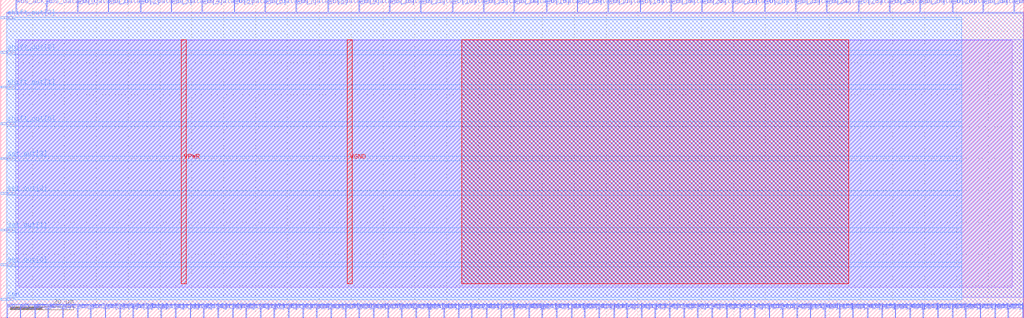
<source format=lef>
VERSION 5.7 ;
  NOWIREEXTENSIONATPIN ON ;
  DIVIDERCHAR "/" ;
  BUSBITCHARS "[]" ;
MACRO wishbone_configuratorinator_10
  CLASS BLOCK ;
  FOREIGN wishbone_configuratorinator_10 ;
  ORIGIN 0.000 0.000 ;
  SIZE 321.010 BY 99.810 ;
  PIN cen
    DIRECTION OUTPUT TRISTATE ;
    PORT
      LAYER met3 ;
        RECT 0.000 5.480 4.000 6.080 ;
    END
  END cen
  PIN set_out[0]
    DIRECTION OUTPUT TRISTATE ;
    PORT
      LAYER met3 ;
        RECT 0.000 16.360 4.000 16.960 ;
    END
  END set_out[0]
  PIN set_out[1]
    DIRECTION OUTPUT TRISTATE ;
    PORT
      LAYER met3 ;
        RECT 0.000 27.240 4.000 27.840 ;
    END
  END set_out[1]
  PIN set_out[2]
    DIRECTION OUTPUT TRISTATE ;
    PORT
      LAYER met3 ;
        RECT 0.000 38.800 4.000 39.400 ;
    END
  END set_out[2]
  PIN set_out[3]
    DIRECTION OUTPUT TRISTATE ;
    PORT
      LAYER met3 ;
        RECT 0.000 49.680 4.000 50.280 ;
    END
  END set_out[3]
  PIN shift_out[0]
    DIRECTION OUTPUT TRISTATE ;
    PORT
      LAYER met3 ;
        RECT 0.000 60.560 4.000 61.160 ;
    END
  END shift_out[0]
  PIN shift_out[1]
    DIRECTION OUTPUT TRISTATE ;
    PORT
      LAYER met3 ;
        RECT 0.000 72.120 4.000 72.720 ;
    END
  END shift_out[1]
  PIN shift_out[2]
    DIRECTION OUTPUT TRISTATE ;
    PORT
      LAYER met3 ;
        RECT 0.000 83.000 4.000 83.600 ;
    END
  END shift_out[2]
  PIN shift_out[3]
    DIRECTION OUTPUT TRISTATE ;
    PORT
      LAYER met3 ;
        RECT 0.000 93.880 4.000 94.480 ;
    END
  END shift_out[3]
  PIN wb_clk_i
    DIRECTION INPUT ;
    PORT
      LAYER met2 ;
        RECT 1.930 0.000 2.210 4.000 ;
    END
  END wb_clk_i
  PIN wb_rst_i
    DIRECTION INPUT ;
    PORT
      LAYER met2 ;
        RECT 6.070 0.000 6.350 4.000 ;
    END
  END wb_rst_i
  PIN wbs_ack_o
    DIRECTION OUTPUT TRISTATE ;
    PORT
      LAYER met2 ;
        RECT 4.690 95.810 4.970 99.810 ;
    END
  END wbs_ack_o
  PIN wbs_addr_i[0]
    DIRECTION INPUT ;
    PORT
      LAYER met2 ;
        RECT 183.170 0.000 183.450 4.000 ;
    END
  END wbs_addr_i[0]
  PIN wbs_addr_i[10]
    DIRECTION INPUT ;
    PORT
      LAYER met2 ;
        RECT 227.790 0.000 228.070 4.000 ;
    END
  END wbs_addr_i[10]
  PIN wbs_addr_i[11]
    DIRECTION INPUT ;
    PORT
      LAYER met2 ;
        RECT 231.930 0.000 232.210 4.000 ;
    END
  END wbs_addr_i[11]
  PIN wbs_addr_i[12]
    DIRECTION INPUT ;
    PORT
      LAYER met2 ;
        RECT 236.530 0.000 236.810 4.000 ;
    END
  END wbs_addr_i[12]
  PIN wbs_addr_i[13]
    DIRECTION INPUT ;
    PORT
      LAYER met2 ;
        RECT 241.130 0.000 241.410 4.000 ;
    END
  END wbs_addr_i[13]
  PIN wbs_addr_i[14]
    DIRECTION INPUT ;
    PORT
      LAYER met2 ;
        RECT 245.270 0.000 245.550 4.000 ;
    END
  END wbs_addr_i[14]
  PIN wbs_addr_i[15]
    DIRECTION INPUT ;
    PORT
      LAYER met2 ;
        RECT 249.870 0.000 250.150 4.000 ;
    END
  END wbs_addr_i[15]
  PIN wbs_addr_i[16]
    DIRECTION INPUT ;
    PORT
      LAYER met2 ;
        RECT 254.010 0.000 254.290 4.000 ;
    END
  END wbs_addr_i[16]
  PIN wbs_addr_i[17]
    DIRECTION INPUT ;
    PORT
      LAYER met2 ;
        RECT 258.610 0.000 258.890 4.000 ;
    END
  END wbs_addr_i[17]
  PIN wbs_addr_i[18]
    DIRECTION INPUT ;
    PORT
      LAYER met2 ;
        RECT 263.210 0.000 263.490 4.000 ;
    END
  END wbs_addr_i[18]
  PIN wbs_addr_i[19]
    DIRECTION INPUT ;
    PORT
      LAYER met2 ;
        RECT 267.350 0.000 267.630 4.000 ;
    END
  END wbs_addr_i[19]
  PIN wbs_addr_i[1]
    DIRECTION INPUT ;
    PORT
      LAYER met2 ;
        RECT 187.770 0.000 188.050 4.000 ;
    END
  END wbs_addr_i[1]
  PIN wbs_addr_i[20]
    DIRECTION INPUT ;
    PORT
      LAYER met2 ;
        RECT 271.950 0.000 272.230 4.000 ;
    END
  END wbs_addr_i[20]
  PIN wbs_addr_i[21]
    DIRECTION INPUT ;
    PORT
      LAYER met2 ;
        RECT 276.550 0.000 276.830 4.000 ;
    END
  END wbs_addr_i[21]
  PIN wbs_addr_i[22]
    DIRECTION INPUT ;
    PORT
      LAYER met2 ;
        RECT 280.690 0.000 280.970 4.000 ;
    END
  END wbs_addr_i[22]
  PIN wbs_addr_i[23]
    DIRECTION INPUT ;
    PORT
      LAYER met2 ;
        RECT 285.290 0.000 285.570 4.000 ;
    END
  END wbs_addr_i[23]
  PIN wbs_addr_i[24]
    DIRECTION INPUT ;
    PORT
      LAYER met2 ;
        RECT 289.430 0.000 289.710 4.000 ;
    END
  END wbs_addr_i[24]
  PIN wbs_addr_i[25]
    DIRECTION INPUT ;
    PORT
      LAYER met2 ;
        RECT 294.030 0.000 294.310 4.000 ;
    END
  END wbs_addr_i[25]
  PIN wbs_addr_i[26]
    DIRECTION INPUT ;
    PORT
      LAYER met2 ;
        RECT 298.630 0.000 298.910 4.000 ;
    END
  END wbs_addr_i[26]
  PIN wbs_addr_i[27]
    DIRECTION INPUT ;
    PORT
      LAYER met2 ;
        RECT 302.770 0.000 303.050 4.000 ;
    END
  END wbs_addr_i[27]
  PIN wbs_addr_i[28]
    DIRECTION INPUT ;
    PORT
      LAYER met2 ;
        RECT 307.370 0.000 307.650 4.000 ;
    END
  END wbs_addr_i[28]
  PIN wbs_addr_i[29]
    DIRECTION INPUT ;
    PORT
      LAYER met2 ;
        RECT 311.970 0.000 312.250 4.000 ;
    END
  END wbs_addr_i[29]
  PIN wbs_addr_i[2]
    DIRECTION INPUT ;
    PORT
      LAYER met2 ;
        RECT 192.370 0.000 192.650 4.000 ;
    END
  END wbs_addr_i[2]
  PIN wbs_addr_i[30]
    DIRECTION INPUT ;
    PORT
      LAYER met2 ;
        RECT 316.110 0.000 316.390 4.000 ;
    END
  END wbs_addr_i[30]
  PIN wbs_addr_i[31]
    DIRECTION INPUT ;
    PORT
      LAYER met2 ;
        RECT 320.710 0.000 320.990 4.000 ;
    END
  END wbs_addr_i[31]
  PIN wbs_addr_i[3]
    DIRECTION INPUT ;
    PORT
      LAYER met2 ;
        RECT 196.510 0.000 196.790 4.000 ;
    END
  END wbs_addr_i[3]
  PIN wbs_addr_i[4]
    DIRECTION INPUT ;
    PORT
      LAYER met2 ;
        RECT 201.110 0.000 201.390 4.000 ;
    END
  END wbs_addr_i[4]
  PIN wbs_addr_i[5]
    DIRECTION INPUT ;
    PORT
      LAYER met2 ;
        RECT 205.250 0.000 205.530 4.000 ;
    END
  END wbs_addr_i[5]
  PIN wbs_addr_i[6]
    DIRECTION INPUT ;
    PORT
      LAYER met2 ;
        RECT 209.850 0.000 210.130 4.000 ;
    END
  END wbs_addr_i[6]
  PIN wbs_addr_i[7]
    DIRECTION INPUT ;
    PORT
      LAYER met2 ;
        RECT 214.450 0.000 214.730 4.000 ;
    END
  END wbs_addr_i[7]
  PIN wbs_addr_i[8]
    DIRECTION INPUT ;
    PORT
      LAYER met2 ;
        RECT 218.590 0.000 218.870 4.000 ;
    END
  END wbs_addr_i[8]
  PIN wbs_addr_i[9]
    DIRECTION INPUT ;
    PORT
      LAYER met2 ;
        RECT 223.190 0.000 223.470 4.000 ;
    END
  END wbs_addr_i[9]
  PIN wbs_cyc_i
    DIRECTION INPUT ;
    PORT
      LAYER met2 ;
        RECT 14.810 0.000 15.090 4.000 ;
    END
  END wbs_cyc_i
  PIN wbs_data_i[0]
    DIRECTION INPUT ;
    PORT
      LAYER met2 ;
        RECT 41.490 0.000 41.770 4.000 ;
    END
  END wbs_data_i[0]
  PIN wbs_data_i[10]
    DIRECTION INPUT ;
    PORT
      LAYER met2 ;
        RECT 85.650 0.000 85.930 4.000 ;
    END
  END wbs_data_i[10]
  PIN wbs_data_i[11]
    DIRECTION INPUT ;
    PORT
      LAYER met2 ;
        RECT 90.250 0.000 90.530 4.000 ;
    END
  END wbs_data_i[11]
  PIN wbs_data_i[12]
    DIRECTION INPUT ;
    PORT
      LAYER met2 ;
        RECT 94.850 0.000 95.130 4.000 ;
    END
  END wbs_data_i[12]
  PIN wbs_data_i[13]
    DIRECTION INPUT ;
    PORT
      LAYER met2 ;
        RECT 98.990 0.000 99.270 4.000 ;
    END
  END wbs_data_i[13]
  PIN wbs_data_i[14]
    DIRECTION INPUT ;
    PORT
      LAYER met2 ;
        RECT 103.590 0.000 103.870 4.000 ;
    END
  END wbs_data_i[14]
  PIN wbs_data_i[15]
    DIRECTION INPUT ;
    PORT
      LAYER met2 ;
        RECT 108.190 0.000 108.470 4.000 ;
    END
  END wbs_data_i[15]
  PIN wbs_data_i[16]
    DIRECTION INPUT ;
    PORT
      LAYER met2 ;
        RECT 112.330 0.000 112.610 4.000 ;
    END
  END wbs_data_i[16]
  PIN wbs_data_i[17]
    DIRECTION INPUT ;
    PORT
      LAYER met2 ;
        RECT 116.930 0.000 117.210 4.000 ;
    END
  END wbs_data_i[17]
  PIN wbs_data_i[18]
    DIRECTION INPUT ;
    PORT
      LAYER met2 ;
        RECT 121.530 0.000 121.810 4.000 ;
    END
  END wbs_data_i[18]
  PIN wbs_data_i[19]
    DIRECTION INPUT ;
    PORT
      LAYER met2 ;
        RECT 125.670 0.000 125.950 4.000 ;
    END
  END wbs_data_i[19]
  PIN wbs_data_i[1]
    DIRECTION INPUT ;
    PORT
      LAYER met2 ;
        RECT 46.090 0.000 46.370 4.000 ;
    END
  END wbs_data_i[1]
  PIN wbs_data_i[20]
    DIRECTION INPUT ;
    PORT
      LAYER met2 ;
        RECT 130.270 0.000 130.550 4.000 ;
    END
  END wbs_data_i[20]
  PIN wbs_data_i[21]
    DIRECTION INPUT ;
    PORT
      LAYER met2 ;
        RECT 134.410 0.000 134.690 4.000 ;
    END
  END wbs_data_i[21]
  PIN wbs_data_i[22]
    DIRECTION INPUT ;
    PORT
      LAYER met2 ;
        RECT 139.010 0.000 139.290 4.000 ;
    END
  END wbs_data_i[22]
  PIN wbs_data_i[23]
    DIRECTION INPUT ;
    PORT
      LAYER met2 ;
        RECT 143.610 0.000 143.890 4.000 ;
    END
  END wbs_data_i[23]
  PIN wbs_data_i[24]
    DIRECTION INPUT ;
    PORT
      LAYER met2 ;
        RECT 147.750 0.000 148.030 4.000 ;
    END
  END wbs_data_i[24]
  PIN wbs_data_i[25]
    DIRECTION INPUT ;
    PORT
      LAYER met2 ;
        RECT 152.350 0.000 152.630 4.000 ;
    END
  END wbs_data_i[25]
  PIN wbs_data_i[26]
    DIRECTION INPUT ;
    PORT
      LAYER met2 ;
        RECT 156.950 0.000 157.230 4.000 ;
    END
  END wbs_data_i[26]
  PIN wbs_data_i[27]
    DIRECTION INPUT ;
    PORT
      LAYER met2 ;
        RECT 161.090 0.000 161.370 4.000 ;
    END
  END wbs_data_i[27]
  PIN wbs_data_i[28]
    DIRECTION INPUT ;
    PORT
      LAYER met2 ;
        RECT 165.690 0.000 165.970 4.000 ;
    END
  END wbs_data_i[28]
  PIN wbs_data_i[29]
    DIRECTION INPUT ;
    PORT
      LAYER met2 ;
        RECT 169.830 0.000 170.110 4.000 ;
    END
  END wbs_data_i[29]
  PIN wbs_data_i[2]
    DIRECTION INPUT ;
    PORT
      LAYER met2 ;
        RECT 50.230 0.000 50.510 4.000 ;
    END
  END wbs_data_i[2]
  PIN wbs_data_i[30]
    DIRECTION INPUT ;
    PORT
      LAYER met2 ;
        RECT 174.430 0.000 174.710 4.000 ;
    END
  END wbs_data_i[30]
  PIN wbs_data_i[31]
    DIRECTION INPUT ;
    PORT
      LAYER met2 ;
        RECT 179.030 0.000 179.310 4.000 ;
    END
  END wbs_data_i[31]
  PIN wbs_data_i[3]
    DIRECTION INPUT ;
    PORT
      LAYER met2 ;
        RECT 54.830 0.000 55.110 4.000 ;
    END
  END wbs_data_i[3]
  PIN wbs_data_i[4]
    DIRECTION INPUT ;
    PORT
      LAYER met2 ;
        RECT 59.430 0.000 59.710 4.000 ;
    END
  END wbs_data_i[4]
  PIN wbs_data_i[5]
    DIRECTION INPUT ;
    PORT
      LAYER met2 ;
        RECT 63.570 0.000 63.850 4.000 ;
    END
  END wbs_data_i[5]
  PIN wbs_data_i[6]
    DIRECTION INPUT ;
    PORT
      LAYER met2 ;
        RECT 68.170 0.000 68.450 4.000 ;
    END
  END wbs_data_i[6]
  PIN wbs_data_i[7]
    DIRECTION INPUT ;
    PORT
      LAYER met2 ;
        RECT 72.770 0.000 73.050 4.000 ;
    END
  END wbs_data_i[7]
  PIN wbs_data_i[8]
    DIRECTION INPUT ;
    PORT
      LAYER met2 ;
        RECT 76.910 0.000 77.190 4.000 ;
    END
  END wbs_data_i[8]
  PIN wbs_data_i[9]
    DIRECTION INPUT ;
    PORT
      LAYER met2 ;
        RECT 81.510 0.000 81.790 4.000 ;
    END
  END wbs_data_i[9]
  PIN wbs_data_o[0]
    DIRECTION OUTPUT TRISTATE ;
    PORT
      LAYER met2 ;
        RECT 14.350 95.810 14.630 99.810 ;
    END
  END wbs_data_o[0]
  PIN wbs_data_o[10]
    DIRECTION OUTPUT TRISTATE ;
    PORT
      LAYER met2 ;
        RECT 112.330 95.810 112.610 99.810 ;
    END
  END wbs_data_o[10]
  PIN wbs_data_o[11]
    DIRECTION OUTPUT TRISTATE ;
    PORT
      LAYER met2 ;
        RECT 121.990 95.810 122.270 99.810 ;
    END
  END wbs_data_o[11]
  PIN wbs_data_o[12]
    DIRECTION OUTPUT TRISTATE ;
    PORT
      LAYER met2 ;
        RECT 131.650 95.810 131.930 99.810 ;
    END
  END wbs_data_o[12]
  PIN wbs_data_o[13]
    DIRECTION OUTPUT TRISTATE ;
    PORT
      LAYER met2 ;
        RECT 141.770 95.810 142.050 99.810 ;
    END
  END wbs_data_o[13]
  PIN wbs_data_o[14]
    DIRECTION OUTPUT TRISTATE ;
    PORT
      LAYER met2 ;
        RECT 151.430 95.810 151.710 99.810 ;
    END
  END wbs_data_o[14]
  PIN wbs_data_o[15]
    DIRECTION OUTPUT TRISTATE ;
    PORT
      LAYER met2 ;
        RECT 161.090 95.810 161.370 99.810 ;
    END
  END wbs_data_o[15]
  PIN wbs_data_o[16]
    DIRECTION OUTPUT TRISTATE ;
    PORT
      LAYER met2 ;
        RECT 171.210 95.810 171.490 99.810 ;
    END
  END wbs_data_o[16]
  PIN wbs_data_o[17]
    DIRECTION OUTPUT TRISTATE ;
    PORT
      LAYER met2 ;
        RECT 180.870 95.810 181.150 99.810 ;
    END
  END wbs_data_o[17]
  PIN wbs_data_o[18]
    DIRECTION OUTPUT TRISTATE ;
    PORT
      LAYER met2 ;
        RECT 190.530 95.810 190.810 99.810 ;
    END
  END wbs_data_o[18]
  PIN wbs_data_o[19]
    DIRECTION OUTPUT TRISTATE ;
    PORT
      LAYER met2 ;
        RECT 200.650 95.810 200.930 99.810 ;
    END
  END wbs_data_o[19]
  PIN wbs_data_o[1]
    DIRECTION OUTPUT TRISTATE ;
    PORT
      LAYER met2 ;
        RECT 24.010 95.810 24.290 99.810 ;
    END
  END wbs_data_o[1]
  PIN wbs_data_o[20]
    DIRECTION OUTPUT TRISTATE ;
    PORT
      LAYER met2 ;
        RECT 210.310 95.810 210.590 99.810 ;
    END
  END wbs_data_o[20]
  PIN wbs_data_o[21]
    DIRECTION OUTPUT TRISTATE ;
    PORT
      LAYER met2 ;
        RECT 219.970 95.810 220.250 99.810 ;
    END
  END wbs_data_o[21]
  PIN wbs_data_o[22]
    DIRECTION OUTPUT TRISTATE ;
    PORT
      LAYER met2 ;
        RECT 229.630 95.810 229.910 99.810 ;
    END
  END wbs_data_o[22]
  PIN wbs_data_o[23]
    DIRECTION OUTPUT TRISTATE ;
    PORT
      LAYER met2 ;
        RECT 239.750 95.810 240.030 99.810 ;
    END
  END wbs_data_o[23]
  PIN wbs_data_o[24]
    DIRECTION OUTPUT TRISTATE ;
    PORT
      LAYER met2 ;
        RECT 249.410 95.810 249.690 99.810 ;
    END
  END wbs_data_o[24]
  PIN wbs_data_o[25]
    DIRECTION OUTPUT TRISTATE ;
    PORT
      LAYER met2 ;
        RECT 259.070 95.810 259.350 99.810 ;
    END
  END wbs_data_o[25]
  PIN wbs_data_o[26]
    DIRECTION OUTPUT TRISTATE ;
    PORT
      LAYER met2 ;
        RECT 269.190 95.810 269.470 99.810 ;
    END
  END wbs_data_o[26]
  PIN wbs_data_o[27]
    DIRECTION OUTPUT TRISTATE ;
    PORT
      LAYER met2 ;
        RECT 278.850 95.810 279.130 99.810 ;
    END
  END wbs_data_o[27]
  PIN wbs_data_o[28]
    DIRECTION OUTPUT TRISTATE ;
    PORT
      LAYER met2 ;
        RECT 288.510 95.810 288.790 99.810 ;
    END
  END wbs_data_o[28]
  PIN wbs_data_o[29]
    DIRECTION OUTPUT TRISTATE ;
    PORT
      LAYER met2 ;
        RECT 298.630 95.810 298.910 99.810 ;
    END
  END wbs_data_o[29]
  PIN wbs_data_o[2]
    DIRECTION OUTPUT TRISTATE ;
    PORT
      LAYER met2 ;
        RECT 33.670 95.810 33.950 99.810 ;
    END
  END wbs_data_o[2]
  PIN wbs_data_o[30]
    DIRECTION OUTPUT TRISTATE ;
    PORT
      LAYER met2 ;
        RECT 308.290 95.810 308.570 99.810 ;
    END
  END wbs_data_o[30]
  PIN wbs_data_o[31]
    DIRECTION OUTPUT TRISTATE ;
    PORT
      LAYER met2 ;
        RECT 317.950 95.810 318.230 99.810 ;
    END
  END wbs_data_o[31]
  PIN wbs_data_o[3]
    DIRECTION OUTPUT TRISTATE ;
    PORT
      LAYER met2 ;
        RECT 43.790 95.810 44.070 99.810 ;
    END
  END wbs_data_o[3]
  PIN wbs_data_o[4]
    DIRECTION OUTPUT TRISTATE ;
    PORT
      LAYER met2 ;
        RECT 53.450 95.810 53.730 99.810 ;
    END
  END wbs_data_o[4]
  PIN wbs_data_o[5]
    DIRECTION OUTPUT TRISTATE ;
    PORT
      LAYER met2 ;
        RECT 63.110 95.810 63.390 99.810 ;
    END
  END wbs_data_o[5]
  PIN wbs_data_o[6]
    DIRECTION OUTPUT TRISTATE ;
    PORT
      LAYER met2 ;
        RECT 73.230 95.810 73.510 99.810 ;
    END
  END wbs_data_o[6]
  PIN wbs_data_o[7]
    DIRECTION OUTPUT TRISTATE ;
    PORT
      LAYER met2 ;
        RECT 82.890 95.810 83.170 99.810 ;
    END
  END wbs_data_o[7]
  PIN wbs_data_o[8]
    DIRECTION OUTPUT TRISTATE ;
    PORT
      LAYER met2 ;
        RECT 92.550 95.810 92.830 99.810 ;
    END
  END wbs_data_o[8]
  PIN wbs_data_o[9]
    DIRECTION OUTPUT TRISTATE ;
    PORT
      LAYER met2 ;
        RECT 102.670 95.810 102.950 99.810 ;
    END
  END wbs_data_o[9]
  PIN wbs_sel_i[0]
    DIRECTION INPUT ;
    PORT
      LAYER met2 ;
        RECT 24.010 0.000 24.290 4.000 ;
    END
  END wbs_sel_i[0]
  PIN wbs_sel_i[1]
    DIRECTION INPUT ;
    PORT
      LAYER met2 ;
        RECT 28.150 0.000 28.430 4.000 ;
    END
  END wbs_sel_i[1]
  PIN wbs_sel_i[2]
    DIRECTION INPUT ;
    PORT
      LAYER met2 ;
        RECT 32.750 0.000 33.030 4.000 ;
    END
  END wbs_sel_i[2]
  PIN wbs_sel_i[3]
    DIRECTION INPUT ;
    PORT
      LAYER met2 ;
        RECT 37.350 0.000 37.630 4.000 ;
    END
  END wbs_sel_i[3]
  PIN wbs_stb_i
    DIRECTION INPUT ;
    PORT
      LAYER met2 ;
        RECT 10.670 0.000 10.950 4.000 ;
    END
  END wbs_stb_i
  PIN wbs_we_i
    DIRECTION INPUT ;
    PORT
      LAYER met2 ;
        RECT 19.410 0.000 19.690 4.000 ;
    END
  END wbs_we_i
  PIN VPWR
    DIRECTION INPUT ;
    USE POWER ;
    PORT
      LAYER met4 ;
        RECT 56.700 10.640 58.300 87.280 ;
    END
  END VPWR
  PIN VGND
    DIRECTION INPUT ;
    USE GROUND ;
    PORT
      LAYER met4 ;
        RECT 108.680 10.640 110.280 87.280 ;
    END
  END VGND
  OBS
      LAYER li1 ;
        RECT 5.520 9.605 317.400 87.125 ;
      LAYER met1 ;
        RECT 4.670 6.500 321.010 87.280 ;
      LAYER met2 ;
        RECT 1.930 95.530 4.410 95.810 ;
        RECT 5.250 95.530 14.070 95.810 ;
        RECT 14.910 95.530 23.730 95.810 ;
        RECT 24.570 95.530 33.390 95.810 ;
        RECT 34.230 95.530 43.510 95.810 ;
        RECT 44.350 95.530 53.170 95.810 ;
        RECT 54.010 95.530 62.830 95.810 ;
        RECT 63.670 95.530 72.950 95.810 ;
        RECT 73.790 95.530 82.610 95.810 ;
        RECT 83.450 95.530 92.270 95.810 ;
        RECT 93.110 95.530 102.390 95.810 ;
        RECT 103.230 95.530 112.050 95.810 ;
        RECT 112.890 95.530 121.710 95.810 ;
        RECT 122.550 95.530 131.370 95.810 ;
        RECT 132.210 95.530 141.490 95.810 ;
        RECT 142.330 95.530 151.150 95.810 ;
        RECT 151.990 95.530 160.810 95.810 ;
        RECT 161.650 95.530 170.930 95.810 ;
        RECT 171.770 95.530 180.590 95.810 ;
        RECT 181.430 95.530 190.250 95.810 ;
        RECT 191.090 95.530 200.370 95.810 ;
        RECT 201.210 95.530 210.030 95.810 ;
        RECT 210.870 95.530 219.690 95.810 ;
        RECT 220.530 95.530 229.350 95.810 ;
        RECT 230.190 95.530 239.470 95.810 ;
        RECT 240.310 95.530 249.130 95.810 ;
        RECT 249.970 95.530 258.790 95.810 ;
        RECT 259.630 95.530 268.910 95.810 ;
        RECT 269.750 95.530 278.570 95.810 ;
        RECT 279.410 95.530 288.230 95.810 ;
        RECT 289.070 95.530 298.350 95.810 ;
        RECT 299.190 95.530 308.010 95.810 ;
        RECT 308.850 95.530 317.670 95.810 ;
        RECT 318.510 95.530 320.980 95.810 ;
        RECT 1.930 4.280 320.980 95.530 ;
        RECT 2.490 4.000 5.790 4.280 ;
        RECT 6.630 4.000 10.390 4.280 ;
        RECT 11.230 4.000 14.530 4.280 ;
        RECT 15.370 4.000 19.130 4.280 ;
        RECT 19.970 4.000 23.730 4.280 ;
        RECT 24.570 4.000 27.870 4.280 ;
        RECT 28.710 4.000 32.470 4.280 ;
        RECT 33.310 4.000 37.070 4.280 ;
        RECT 37.910 4.000 41.210 4.280 ;
        RECT 42.050 4.000 45.810 4.280 ;
        RECT 46.650 4.000 49.950 4.280 ;
        RECT 50.790 4.000 54.550 4.280 ;
        RECT 55.390 4.000 59.150 4.280 ;
        RECT 59.990 4.000 63.290 4.280 ;
        RECT 64.130 4.000 67.890 4.280 ;
        RECT 68.730 4.000 72.490 4.280 ;
        RECT 73.330 4.000 76.630 4.280 ;
        RECT 77.470 4.000 81.230 4.280 ;
        RECT 82.070 4.000 85.370 4.280 ;
        RECT 86.210 4.000 89.970 4.280 ;
        RECT 90.810 4.000 94.570 4.280 ;
        RECT 95.410 4.000 98.710 4.280 ;
        RECT 99.550 4.000 103.310 4.280 ;
        RECT 104.150 4.000 107.910 4.280 ;
        RECT 108.750 4.000 112.050 4.280 ;
        RECT 112.890 4.000 116.650 4.280 ;
        RECT 117.490 4.000 121.250 4.280 ;
        RECT 122.090 4.000 125.390 4.280 ;
        RECT 126.230 4.000 129.990 4.280 ;
        RECT 130.830 4.000 134.130 4.280 ;
        RECT 134.970 4.000 138.730 4.280 ;
        RECT 139.570 4.000 143.330 4.280 ;
        RECT 144.170 4.000 147.470 4.280 ;
        RECT 148.310 4.000 152.070 4.280 ;
        RECT 152.910 4.000 156.670 4.280 ;
        RECT 157.510 4.000 160.810 4.280 ;
        RECT 161.650 4.000 165.410 4.280 ;
        RECT 166.250 4.000 169.550 4.280 ;
        RECT 170.390 4.000 174.150 4.280 ;
        RECT 174.990 4.000 178.750 4.280 ;
        RECT 179.590 4.000 182.890 4.280 ;
        RECT 183.730 4.000 187.490 4.280 ;
        RECT 188.330 4.000 192.090 4.280 ;
        RECT 192.930 4.000 196.230 4.280 ;
        RECT 197.070 4.000 200.830 4.280 ;
        RECT 201.670 4.000 204.970 4.280 ;
        RECT 205.810 4.000 209.570 4.280 ;
        RECT 210.410 4.000 214.170 4.280 ;
        RECT 215.010 4.000 218.310 4.280 ;
        RECT 219.150 4.000 222.910 4.280 ;
        RECT 223.750 4.000 227.510 4.280 ;
        RECT 228.350 4.000 231.650 4.280 ;
        RECT 232.490 4.000 236.250 4.280 ;
        RECT 237.090 4.000 240.850 4.280 ;
        RECT 241.690 4.000 244.990 4.280 ;
        RECT 245.830 4.000 249.590 4.280 ;
        RECT 250.430 4.000 253.730 4.280 ;
        RECT 254.570 4.000 258.330 4.280 ;
        RECT 259.170 4.000 262.930 4.280 ;
        RECT 263.770 4.000 267.070 4.280 ;
        RECT 267.910 4.000 271.670 4.280 ;
        RECT 272.510 4.000 276.270 4.280 ;
        RECT 277.110 4.000 280.410 4.280 ;
        RECT 281.250 4.000 285.010 4.280 ;
        RECT 285.850 4.000 289.150 4.280 ;
        RECT 289.990 4.000 293.750 4.280 ;
        RECT 294.590 4.000 298.350 4.280 ;
        RECT 299.190 4.000 302.490 4.280 ;
        RECT 303.330 4.000 307.090 4.280 ;
        RECT 307.930 4.000 311.690 4.280 ;
        RECT 312.530 4.000 315.830 4.280 ;
        RECT 316.670 4.000 320.430 4.280 ;
      LAYER met3 ;
        RECT 4.400 93.480 301.695 94.345 ;
        RECT 1.905 84.000 301.695 93.480 ;
        RECT 4.400 82.600 301.695 84.000 ;
        RECT 1.905 73.120 301.695 82.600 ;
        RECT 4.400 71.720 301.695 73.120 ;
        RECT 1.905 61.560 301.695 71.720 ;
        RECT 4.400 60.160 301.695 61.560 ;
        RECT 1.905 50.680 301.695 60.160 ;
        RECT 4.400 49.280 301.695 50.680 ;
        RECT 1.905 39.800 301.695 49.280 ;
        RECT 4.400 38.400 301.695 39.800 ;
        RECT 1.905 28.240 301.695 38.400 ;
        RECT 4.400 26.840 301.695 28.240 ;
        RECT 1.905 17.360 301.695 26.840 ;
        RECT 4.400 15.960 301.695 17.360 ;
        RECT 1.905 6.480 301.695 15.960 ;
        RECT 4.400 5.615 301.695 6.480 ;
      LAYER met4 ;
        RECT 144.735 10.640 266.220 87.280 ;
  END
END wishbone_configuratorinator_10
END LIBRARY


</source>
